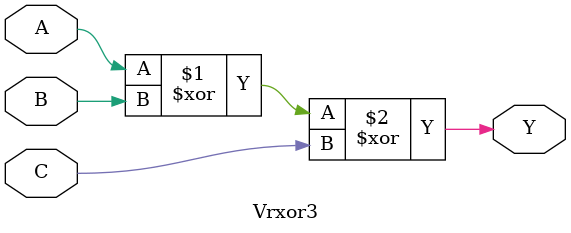
<source format=v>
module Vrxor3(A, B, C, Y);
  input A, B, C;
  output Y;

  assign Y = A ^ B ^ C;
endmodule

</source>
